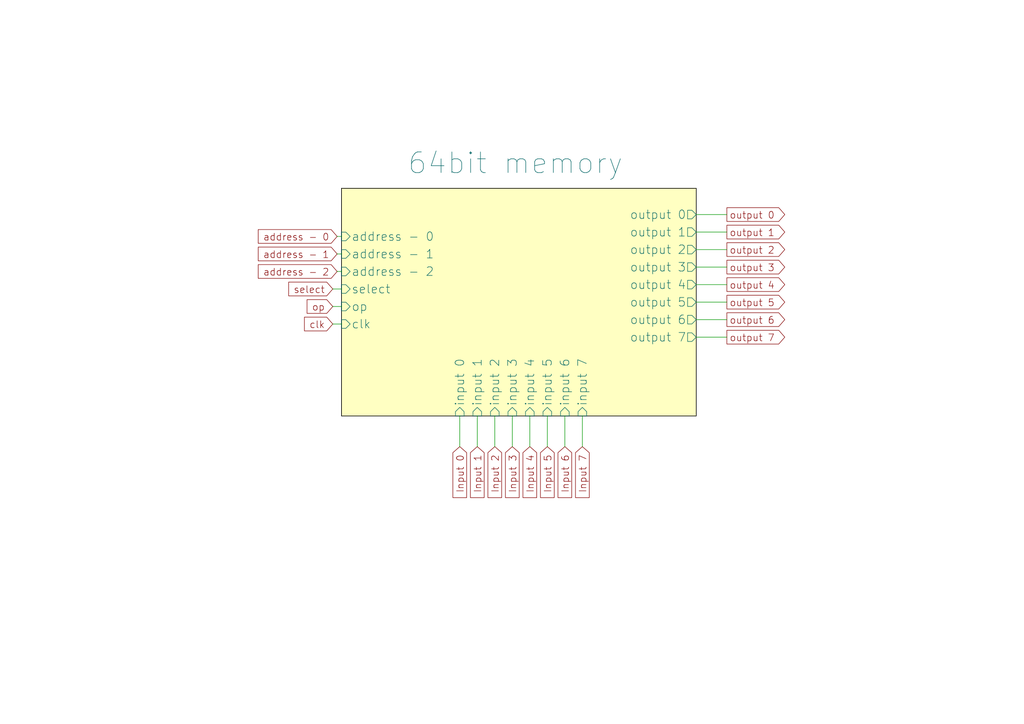
<source format=kicad_sch>
(kicad_sch (version 20230121) (generator eeschema)

  (uuid e68ef4a4-ecbb-47e0-a4bb-374efe814026)

  (paper "A4")

  (lib_symbols
  )


  (wire (pts (xy 168.91 120.65) (xy 168.91 129.54))
    (stroke (width 0) (type default))
    (uuid 1f23d0b7-abc6-4182-ae52-555a505b95c2)
  )
  (wire (pts (xy 201.93 97.79) (xy 210.82 97.79))
    (stroke (width 0) (type default))
    (uuid 2519b7f7-a059-43a2-84ba-24aea3b6253f)
  )
  (wire (pts (xy 97.79 78.74) (xy 99.06 78.74))
    (stroke (width 0) (type default))
    (uuid 2b05401c-bac8-49ff-8249-3ee1abbaa1fc)
  )
  (wire (pts (xy 201.93 77.47) (xy 210.82 77.47))
    (stroke (width 0) (type default))
    (uuid 336b83da-1867-41c9-b62b-6da238d82632)
  )
  (wire (pts (xy 163.83 120.65) (xy 163.83 129.54))
    (stroke (width 0) (type default))
    (uuid 4b0c7eae-75f7-49eb-be20-7b6262a2afcd)
  )
  (wire (pts (xy 96.52 88.9) (xy 99.06 88.9))
    (stroke (width 0) (type default))
    (uuid 4e8a3882-3cdd-49d0-880d-e8f3ef88ff36)
  )
  (wire (pts (xy 96.52 93.98) (xy 99.06 93.98))
    (stroke (width 0) (type default))
    (uuid 4eb25732-5d3a-4954-977e-d6364c6072d8)
  )
  (wire (pts (xy 201.93 82.55) (xy 210.82 82.55))
    (stroke (width 0) (type default))
    (uuid 565fed6a-635d-43a9-bacb-f609d8693bcc)
  )
  (wire (pts (xy 201.93 87.63) (xy 210.82 87.63))
    (stroke (width 0) (type default))
    (uuid 56970da2-54f4-4679-8fff-955ff4dda960)
  )
  (wire (pts (xy 153.67 120.65) (xy 153.67 129.54))
    (stroke (width 0) (type default))
    (uuid 588cd607-cfec-4e9a-a292-e701ae0e48ab)
  )
  (wire (pts (xy 138.43 120.65) (xy 138.43 129.54))
    (stroke (width 0) (type default))
    (uuid 62bed3db-a565-411f-9d28-e640b4318c8f)
  )
  (wire (pts (xy 97.79 68.58) (xy 99.06 68.58))
    (stroke (width 0) (type default))
    (uuid 63c54f14-155b-4686-bdff-ea7156c76fa8)
  )
  (wire (pts (xy 133.35 120.65) (xy 133.35 129.54))
    (stroke (width 0) (type default))
    (uuid 6a114eae-a3f0-461e-9b75-e57d127247f9)
  )
  (wire (pts (xy 148.59 120.65) (xy 148.59 129.54))
    (stroke (width 0) (type default))
    (uuid 77fb2153-0bf2-408c-8955-476bd9d17888)
  )
  (wire (pts (xy 158.75 120.65) (xy 158.75 129.54))
    (stroke (width 0) (type default))
    (uuid 8985d96c-7e38-4e65-9884-3a5a3c7de9d0)
  )
  (wire (pts (xy 143.51 120.65) (xy 143.51 129.54))
    (stroke (width 0) (type default))
    (uuid a5a6b10e-00ad-4b23-93dc-7a398e749ad5)
  )
  (wire (pts (xy 201.93 62.23) (xy 210.82 62.23))
    (stroke (width 0) (type default))
    (uuid b668abbd-b3f7-488b-84da-9addad2f5559)
  )
  (wire (pts (xy 201.93 67.31) (xy 210.82 67.31))
    (stroke (width 0) (type default))
    (uuid c4ca8fbc-16f8-4a0b-9540-9ab93c4f0aae)
  )
  (wire (pts (xy 96.52 83.82) (xy 99.06 83.82))
    (stroke (width 0) (type default))
    (uuid e1c2e207-e3d3-46c4-af15-cc7a9574c1ac)
  )
  (wire (pts (xy 201.93 72.39) (xy 210.82 72.39))
    (stroke (width 0) (type default))
    (uuid e556ef2d-412b-43ef-bf1c-938b2ebed12b)
  )
  (wire (pts (xy 97.79 73.66) (xy 99.06 73.66))
    (stroke (width 0) (type default))
    (uuid f6ebbb28-9a5f-4401-99f9-d9610070fd45)
  )
  (wire (pts (xy 201.93 92.71) (xy 210.82 92.71))
    (stroke (width 0) (type default))
    (uuid f802fbaa-e117-479b-b31c-6d4ee76faa33)
  )

  (global_label "select" (shape input) (at 96.52 83.82 180) (fields_autoplaced)
    (effects (font (size 2 2)) (justify right))
    (uuid 07565630-30c1-4b86-b49d-f3002d1a7222)
    (property "Intersheetrefs" "${INTERSHEET_REFS}" (at 82.8673 83.82 0)
      (effects (font (size 1.27 1.27)) (justify right) hide)
    )
  )
  (global_label "Input 3" (shape input) (at 148.59 129.54 270) (fields_autoplaced)
    (effects (font (size 2 2)) (justify right))
    (uuid 1ca2be45-2677-490c-90fa-e8e97a069d71)
    (property "Intersheetrefs" "${INTERSHEET_REFS}" (at 148.59 145.1927 90)
      (effects (font (size 1.27 1.27)) (justify right) hide)
    )
  )
  (global_label "op" (shape input) (at 96.52 88.9 180) (fields_autoplaced)
    (effects (font (size 2 2)) (justify right))
    (uuid 292e3f75-a3e1-4bd9-81c0-bf34103e4d87)
    (property "Intersheetrefs" "${INTERSHEET_REFS}" (at 88.2007 88.9 0)
      (effects (font (size 1.27 1.27)) (justify right) hide)
    )
  )
  (global_label "Input 5" (shape input) (at 158.75 129.54 270) (fields_autoplaced)
    (effects (font (size 2 2)) (justify right))
    (uuid 4a8af790-cb93-4fac-8af4-9ee6327e59c7)
    (property "Intersheetrefs" "${INTERSHEET_REFS}" (at 158.75 145.1927 90)
      (effects (font (size 1.27 1.27)) (justify right) hide)
    )
  )
  (global_label "Input 6" (shape input) (at 163.83 129.54 270) (fields_autoplaced)
    (effects (font (size 2 2)) (justify right))
    (uuid 4b45bd3d-bd8a-49a1-80af-ca668b8d5415)
    (property "Intersheetrefs" "${INTERSHEET_REFS}" (at 163.83 145.1927 90)
      (effects (font (size 1.27 1.27)) (justify right) hide)
    )
  )
  (global_label "clk" (shape input) (at 96.52 93.98 180) (fields_autoplaced)
    (effects (font (size 2 2)) (justify right))
    (uuid 4e053a15-2c2c-4115-a728-a30e3a08dc1d)
    (property "Intersheetrefs" "${INTERSHEET_REFS}" (at 87.4388 93.98 0)
      (effects (font (size 1.27 1.27)) (justify right) hide)
    )
  )
  (global_label "output 0" (shape output) (at 210.82 62.23 0) (fields_autoplaced)
    (effects (font (size 2 2)) (justify left))
    (uuid 555be95b-47b1-483f-a196-80aeec303e29)
    (property "Intersheetrefs" "${INTERSHEET_REFS}" (at 228.4727 62.23 0)
      (effects (font (size 1.27 1.27)) (justify left) hide)
    )
  )
  (global_label "output 4" (shape output) (at 210.82 82.55 0) (fields_autoplaced)
    (effects (font (size 2 2)) (justify left))
    (uuid 55e76fe7-81cc-495b-8815-29e9024f64dd)
    (property "Intersheetrefs" "${INTERSHEET_REFS}" (at 228.4727 82.55 0)
      (effects (font (size 1.27 1.27)) (justify left) hide)
    )
  )
  (global_label "address - 1" (shape input) (at 97.79 73.66 180) (fields_autoplaced)
    (effects (font (size 2 2)) (justify right))
    (uuid 5c3b1b88-9a0a-492c-b648-fe6965c41eaf)
    (property "Intersheetrefs" "${INTERSHEET_REFS}" (at 74.0422 73.66 0)
      (effects (font (size 1.27 1.27)) (justify right) hide)
    )
  )
  (global_label "output 7" (shape output) (at 210.82 97.79 0) (fields_autoplaced)
    (effects (font (size 2 2)) (justify left))
    (uuid 7733a1e5-8f1e-4f74-9f48-5ca47c39f828)
    (property "Intersheetrefs" "${INTERSHEET_REFS}" (at 228.4727 97.79 0)
      (effects (font (size 1.27 1.27)) (justify left) hide)
    )
  )
  (global_label "output 6" (shape output) (at 210.82 92.71 0) (fields_autoplaced)
    (effects (font (size 2 2)) (justify left))
    (uuid 7fd1e14c-392e-4ad6-9a7d-af08c2429b5f)
    (property "Intersheetrefs" "${INTERSHEET_REFS}" (at 228.4727 92.71 0)
      (effects (font (size 1.27 1.27)) (justify left) hide)
    )
  )
  (global_label "Input 0" (shape input) (at 133.35 129.54 270) (fields_autoplaced)
    (effects (font (size 2 2)) (justify right))
    (uuid 99c23845-c270-4e2b-90c2-38151c2db2ff)
    (property "Intersheetrefs" "${INTERSHEET_REFS}" (at 133.35 145.1927 90)
      (effects (font (size 1.27 1.27)) (justify right) hide)
    )
  )
  (global_label "output 1" (shape output) (at 210.82 67.31 0) (fields_autoplaced)
    (effects (font (size 2 2)) (justify left))
    (uuid 9d6ff4aa-0f73-4e97-ac58-276cce22decd)
    (property "Intersheetrefs" "${INTERSHEET_REFS}" (at 228.4727 67.31 0)
      (effects (font (size 1.27 1.27)) (justify left) hide)
    )
  )
  (global_label "address - 0" (shape input) (at 97.79 68.58 180) (fields_autoplaced)
    (effects (font (size 2 2)) (justify right))
    (uuid b00a8f53-d974-4e72-a0ef-38c7a0838780)
    (property "Intersheetrefs" "${INTERSHEET_REFS}" (at 74.0422 68.58 0)
      (effects (font (size 1.27 1.27)) (justify right) hide)
    )
  )
  (global_label "address - 2" (shape input) (at 97.79 78.74 180) (fields_autoplaced)
    (effects (font (size 2 2)) (justify right))
    (uuid ba2f34fb-2ce6-4032-a952-62ced867da06)
    (property "Intersheetrefs" "${INTERSHEET_REFS}" (at 74.0422 78.74 0)
      (effects (font (size 1.27 1.27)) (justify right) hide)
    )
  )
  (global_label "output 3" (shape output) (at 210.82 77.47 0) (fields_autoplaced)
    (effects (font (size 2 2)) (justify left))
    (uuid c8c9168e-c253-4aad-9618-3a95e48187ae)
    (property "Intersheetrefs" "${INTERSHEET_REFS}" (at 228.4727 77.47 0)
      (effects (font (size 1.27 1.27)) (justify left) hide)
    )
  )
  (global_label "Input 7" (shape input) (at 168.91 129.54 270) (fields_autoplaced)
    (effects (font (size 2 2)) (justify right))
    (uuid cad5efe0-c160-410d-93a1-9684d35f46c9)
    (property "Intersheetrefs" "${INTERSHEET_REFS}" (at 168.91 145.1927 90)
      (effects (font (size 1.27 1.27)) (justify right) hide)
    )
  )
  (global_label "Input 4" (shape input) (at 153.67 129.54 270) (fields_autoplaced)
    (effects (font (size 2 2)) (justify right))
    (uuid d076be93-bb51-4789-9873-7dde7e740fbf)
    (property "Intersheetrefs" "${INTERSHEET_REFS}" (at 153.67 145.1927 90)
      (effects (font (size 1.27 1.27)) (justify right) hide)
    )
  )
  (global_label "Input 2" (shape input) (at 143.51 129.54 270) (fields_autoplaced)
    (effects (font (size 2 2)) (justify right))
    (uuid dc066817-d442-4724-b1b5-0dbe08c845a3)
    (property "Intersheetrefs" "${INTERSHEET_REFS}" (at 143.51 145.1927 90)
      (effects (font (size 1.27 1.27)) (justify right) hide)
    )
  )
  (global_label "Input 1" (shape input) (at 138.43 129.54 270) (fields_autoplaced)
    (effects (font (size 2 2)) (justify right))
    (uuid e1e65f79-5071-403b-a817-63366f89e7ea)
    (property "Intersheetrefs" "${INTERSHEET_REFS}" (at 138.43 145.1927 90)
      (effects (font (size 1.27 1.27)) (justify right) hide)
    )
  )
  (global_label "output 5" (shape output) (at 210.82 87.63 0) (fields_autoplaced)
    (effects (font (size 2 2)) (justify left))
    (uuid e29547fd-a2cd-4d65-8d70-9efe4dab8878)
    (property "Intersheetrefs" "${INTERSHEET_REFS}" (at 228.4727 87.63 0)
      (effects (font (size 1.27 1.27)) (justify left) hide)
    )
  )
  (global_label "output 2" (shape output) (at 210.82 72.39 0) (fields_autoplaced)
    (effects (font (size 2 2)) (justify left))
    (uuid e569f430-3156-4da3-be7a-dac7d2a70b5d)
    (property "Intersheetrefs" "${INTERSHEET_REFS}" (at 228.4727 72.39 0)
      (effects (font (size 1.27 1.27)) (justify left) hide)
    )
  )

  (sheet (at 99.06 54.61) (size 102.87 66.04)
    (stroke (width 0.2) (type solid) (color 0 0 0 1))
    (fill (color 255 255 194 1.0000))
    (uuid 6ca7316f-95d4-4f12-9f1b-d33c49389fbd)
    (property "Sheetname" "64bit memory" (at 118.11 50.8 0)
      (effects (font (size 6 6)) (justify left bottom))
    )
    (property "Sheetfile" "untitled.kicad_sch" (at 71.12 53.34 0)
      (effects (font (size 1.27 1.27)) (justify left top) hide)
    )
    (pin "address - 1" input (at 99.06 73.66 180)
      (effects (font (size 2.5 2.5)) (justify left))
      (uuid 34baa619-4507-481f-bf44-7a4bd04f9db3)
    )
    (pin "address - 2" input (at 99.06 78.74 180)
      (effects (font (size 2.5 2.5)) (justify left))
      (uuid 26134af7-1584-4c35-8d34-427beebce4f7)
    )
    (pin "address - 0" input (at 99.06 68.58 180)
      (effects (font (size 2.5 2.5)) (justify left))
      (uuid 14958f17-943e-4e76-a17b-6960e8b38c7e)
    )
    (pin "input 4" input (at 153.67 120.65 270)
      (effects (font (size 2.5 2.5)) (justify left))
      (uuid 0576e684-d35c-4def-bf4e-28fd8fbbf4e0)
    )
    (pin "input 7" input (at 168.91 120.65 270)
      (effects (font (size 2.5 2.5)) (justify left))
      (uuid 331dfdbc-1eeb-4e36-b2be-64a65244bf50)
    )
    (pin "input 3" input (at 148.59 120.65 270)
      (effects (font (size 2.5 2.5)) (justify left))
      (uuid 00096f23-79d8-48ab-a449-c13d7753b737)
    )
    (pin "input 6" input (at 163.83 120.65 270)
      (effects (font (size 2.5 2.5)) (justify left))
      (uuid 3bdd10dc-b4a8-4c62-b1c4-2b34b559ea58)
    )
    (pin "input 5" input (at 158.75 120.65 270)
      (effects (font (size 2.5 2.5)) (justify left))
      (uuid 12540864-16d8-418f-8c65-f7e15cc690c0)
    )
    (pin "input 2" input (at 143.51 120.65 270)
      (effects (font (size 2.5 2.5)) (justify left))
      (uuid baa558aa-febf-478a-ae64-1e52a2755e0c)
    )
    (pin "input 0" input (at 133.35 120.65 270)
      (effects (font (size 2.5 2.5)) (justify left))
      (uuid c4ad3b88-e760-4dd7-9307-424310296592)
    )
    (pin "input 1" input (at 138.43 120.65 270)
      (effects (font (size 2.5 2.5)) (justify left))
      (uuid 8ab51f98-e55d-4f05-9c17-82a6ee0b5573)
    )
    (pin "output 7" output (at 201.93 97.79 0)
      (effects (font (size 2.5 2.5)) (justify right))
      (uuid c6f2af8f-4a78-451f-ad58-a9cd70068537)
    )
    (pin "output 6" output (at 201.93 92.71 0)
      (effects (font (size 2.5 2.5)) (justify right))
      (uuid a2b2693a-cdf3-491a-bdee-9c570ca38234)
    )
    (pin "output 5" output (at 201.93 87.63 0)
      (effects (font (size 2.5 2.5)) (justify right))
      (uuid c3434c0c-affc-4e00-af4b-dffba7b4085c)
    )
    (pin "output 4" output (at 201.93 82.55 0)
      (effects (font (size 2.5 2.5)) (justify right))
      (uuid b460d1ec-4c26-408b-b29f-968443873bb3)
    )
    (pin "output 3" output (at 201.93 77.47 0)
      (effects (font (size 2.5 2.5)) (justify right))
      (uuid aef31d9a-53b9-450d-8d43-a2b0b8a8680f)
    )
    (pin "output 0" output (at 201.93 62.23 0)
      (effects (font (size 2.5 2.5)) (justify right))
      (uuid 58f47764-0a5e-434d-8311-87bcf7f5a5ac)
    )
    (pin "output 2" output (at 201.93 72.39 0)
      (effects (font (size 2.5 2.5)) (justify right))
      (uuid bddf2010-cc35-422d-8f45-620a1d165571)
    )
    (pin "output 1" output (at 201.93 67.31 0)
      (effects (font (size 2.5 2.5)) (justify right))
      (uuid 4e2443ea-17de-45d4-9eba-0a2f8c3d49c8)
    )
    (pin "op" input (at 99.06 88.9 180)
      (effects (font (size 2.5 2.5)) (justify left))
      (uuid 692db7d1-b25b-48df-92fe-a04eede79005)
    )
    (pin "select" input (at 99.06 83.82 180)
      (effects (font (size 2.5 2.5)) (justify left))
      (uuid f588fc91-e37f-4796-bf7c-c0600ff53c10)
    )
    (pin "clk" input (at 99.06 93.98 180)
      (effects (font (size 2.5 2.5)) (justify left))
      (uuid bdf669a5-1d7d-4f78-8422-d096825f0557)
    )
    (instances
      (project "scheme"
        (path "/e68ef4a4-ecbb-47e0-a4bb-374efe814026" (page "2"))
      )
    )
  )

  (sheet_instances
    (path "/" (page "1"))
  )
)

</source>
